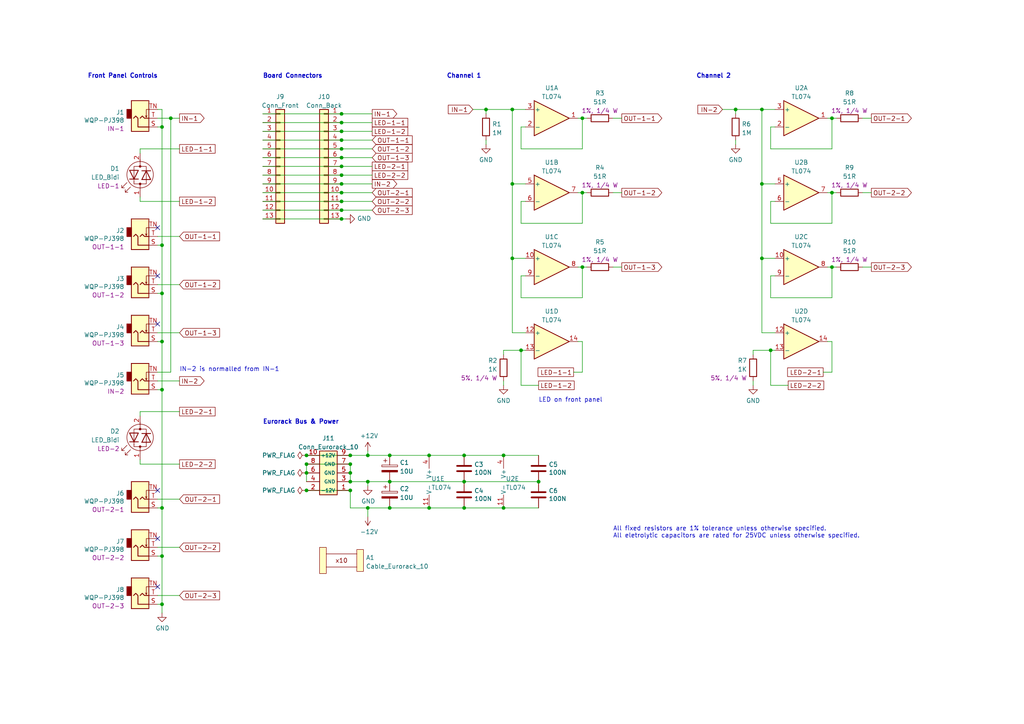
<source format=kicad_sch>
(kicad_sch (version 20211123) (generator eeschema)
  (paper "A4")
  (title_block (title "Eurorack Buffered Mult") (date "2022-06-05") (rev "1.0") (company "Len Popp") (comment 1 "Copyright © 2022 Len Popp CC BY") (comment 2 "Eurorack buffered multiple module - 4HP"))
  (junction (at 241.3 77.47))
  (junction (at 106.68 132.08))
  (junction (at 148.59 31.75))
  (junction (at 213.36 31.75))
  (junction (at 46.99 71.12))
  (junction (at 46.99 99.06))
  (junction (at 46.99 85.09))
  (junction (at 99.06 58.42))
  (junction (at 99.06 55.88))
  (junction (at 220.98 74.93))
  (junction (at 151.13 101.6))
  (junction (at 46.99 175.26))
  (junction (at 101.6 134.62))
  (junction (at 88.9 132.08))
  (junction (at 88.9 134.62))
  (junction (at 46.99 161.29))
  (junction (at 146.05 132.08))
  (junction (at 46.99 113.03))
  (junction (at 101.6 139.7))
  (junction (at 124.46 132.08))
  (junction (at 241.3 34.29))
  (junction (at 99.06 43.18))
  (junction (at 168.91 77.47))
  (junction (at 99.06 50.8))
  (junction (at 99.06 35.56))
  (junction (at 220.98 31.75))
  (junction (at 148.59 74.93))
  (junction (at 241.3 55.88))
  (junction (at 99.06 60.96))
  (junction (at 99.06 40.64))
  (junction (at 99.06 48.26))
  (junction (at 124.46 147.32))
  (junction (at 220.98 53.34))
  (junction (at 156.21 139.7))
  (junction (at 106.68 147.32))
  (junction (at 99.06 38.1))
  (junction (at 106.68 139.7))
  (junction (at 113.03 139.7))
  (junction (at 168.91 34.29))
  (junction (at 99.06 45.72))
  (junction (at 223.52 101.6))
  (junction (at 99.06 63.5))
  (junction (at 99.06 33.02))
  (junction (at 49.53 34.29))
  (junction (at 88.9 137.16))
  (junction (at 168.91 55.88))
  (junction (at 134.62 147.32))
  (junction (at 146.05 147.32))
  (junction (at 101.6 137.16))
  (junction (at 46.99 36.83))
  (junction (at 113.03 132.08))
  (junction (at 140.97 31.75))
  (junction (at 113.03 147.32))
  (junction (at 134.62 132.08))
  (junction (at 148.59 53.34))
  (junction (at 88.9 142.24))
  (junction (at 134.62 139.7))
  (junction (at 99.06 53.34))
  (junction (at 46.99 147.32))
  (junction (at 101.6 142.24))
  (junction (at 101.6 132.08))
  (no_connect (at 45.72 170.18))
  (no_connect (at 45.72 142.24))
  (no_connect (at 45.72 156.21))
  (no_connect (at 45.72 93.98))
  (no_connect (at 45.72 80.01))
  (no_connect (at 45.72 66.04))
  (wire (pts (xy 218.44 101.6) (xy 223.52 101.6)))
  (wire (pts (xy 76.2 60.96) (xy 99.06 60.96)))
  (wire (pts (xy 76.2 45.72) (xy 99.06 45.72)))
  (wire (pts (xy 40.64 120.65) (xy 40.64 119.38)))
  (wire (pts (xy 152.4 31.75) (xy 148.59 31.75)))
  (wire (pts (xy 76.2 35.56) (xy 99.06 35.56)))
  (wire (pts (xy 46.99 71.12) (xy 46.99 85.09)))
  (wire (pts (xy 101.6 142.24) (xy 101.6 147.32)))
  (wire (pts (xy 223.52 43.18) (xy 223.52 36.83)))
  (wire (pts (xy 220.98 53.34) (xy 224.79 53.34)))
  (wire (pts (xy 45.72 82.55) (xy 52.07 82.55)))
  (wire (pts (xy 240.03 34.29) (xy 241.3 34.29)))
  (wire (pts (xy 168.91 64.77) (xy 151.13 64.77)))
  (wire (pts (xy 151.13 101.6) (xy 152.4 101.6)))
  (wire (pts (xy 177.8 77.47) (xy 180.34 77.47)))
  (wire (pts (xy 167.64 77.47) (xy 168.91 77.47)))
  (wire (pts (xy 124.46 147.32) (xy 134.62 147.32)))
  (wire (pts (xy 220.98 74.93) (xy 224.79 74.93)))
  (wire (pts (xy 76.2 50.8) (xy 99.06 50.8)))
  (wire (pts (xy 223.52 80.01) (xy 224.79 80.01)))
  (wire (pts (xy 99.06 33.02) (xy 107.95 33.02)))
  (wire (pts (xy 45.72 161.29) (xy 46.99 161.29)))
  (wire (pts (xy 106.68 147.32) (xy 113.03 147.32)))
  (wire (pts (xy 76.2 33.02) (xy 99.06 33.02)))
  (wire (pts (xy 88.9 139.7) (xy 88.9 137.16)))
  (wire (pts (xy 134.62 132.08) (xy 146.05 132.08)))
  (wire (pts (xy 99.06 48.26) (xy 107.95 48.26)))
  (wire (pts (xy 99.06 50.8) (xy 107.95 50.8)))
  (wire (pts (xy 46.99 99.06) (xy 46.99 113.03)))
  (wire (pts (xy 240.03 55.88) (xy 241.3 55.88)))
  (wire (pts (xy 99.06 35.56) (xy 107.95 35.56)))
  (wire (pts (xy 134.62 147.32) (xy 146.05 147.32)))
  (wire (pts (xy 99.06 58.42) (xy 107.95 58.42)))
  (wire (pts (xy 241.3 34.29) (xy 242.57 34.29)))
  (wire (pts (xy 220.98 31.75) (xy 220.98 53.34)))
  (wire (pts (xy 46.99 113.03) (xy 46.99 147.32)))
  (wire (pts (xy 146.05 132.08) (xy 156.21 132.08)))
  (wire (pts (xy 151.13 101.6) (xy 151.13 111.76)))
  (wire (pts (xy 240.03 77.47) (xy 241.3 77.47)))
  (wire (pts (xy 76.2 55.88) (xy 99.06 55.88)))
  (wire (pts (xy 40.64 134.62) (xy 52.07 134.62)))
  (wire (pts (xy 241.3 99.06) (xy 241.3 107.95)))
  (wire (pts (xy 99.06 63.5) (xy 100.33 63.5)))
  (wire (pts (xy 168.91 77.47) (xy 168.91 86.36)))
  (wire (pts (xy 148.59 96.52) (xy 152.4 96.52)))
  (wire (pts (xy 148.59 53.34) (xy 148.59 74.93)))
  (wire (pts (xy 46.99 147.32) (xy 46.99 161.29)))
  (wire (pts (xy 45.72 34.29) (xy 49.53 34.29)))
  (wire (pts (xy 177.8 55.88) (xy 180.34 55.88)))
  (wire (pts (xy 167.64 34.29) (xy 168.91 34.29)))
  (wire (pts (xy 76.2 38.1) (xy 99.06 38.1)))
  (wire (pts (xy 99.06 60.96) (xy 107.95 60.96)))
  (wire (pts (xy 99.06 55.88) (xy 107.95 55.88)))
  (wire (pts (xy 99.06 38.1) (xy 107.95 38.1)))
  (wire (pts (xy 140.97 31.75) (xy 140.97 33.02)))
  (wire (pts (xy 168.91 77.47) (xy 170.18 77.47)))
  (wire (pts (xy 45.72 96.52) (xy 52.07 96.52)))
  (wire (pts (xy 106.68 139.7) (xy 101.6 139.7)))
  (wire (pts (xy 168.91 86.36) (xy 151.13 86.36)))
  (wire (pts (xy 45.72 110.49) (xy 52.07 110.49)))
  (wire (pts (xy 177.8 34.29) (xy 180.34 34.29)))
  (wire (pts (xy 45.72 144.78) (xy 52.07 144.78)))
  (wire (pts (xy 46.99 85.09) (xy 46.99 99.06)))
  (wire (pts (xy 241.3 43.18) (xy 223.52 43.18)))
  (wire (pts (xy 46.99 31.75) (xy 46.99 36.83)))
  (wire (pts (xy 241.3 34.29) (xy 241.3 43.18)))
  (wire (pts (xy 45.72 107.95) (xy 49.53 107.95)))
  (wire (pts (xy 156.21 111.76) (xy 151.13 111.76)))
  (wire (pts (xy 40.64 57.15) (xy 40.64 58.42)))
  (wire (pts (xy 140.97 40.64) (xy 140.97 41.91)))
  (wire (pts (xy 146.05 102.87) (xy 146.05 101.6)))
  (wire (pts (xy 241.3 55.88) (xy 241.3 64.77)))
  (wire (pts (xy 250.19 77.47) (xy 252.73 77.47)))
  (wire (pts (xy 49.53 34.29) (xy 49.53 107.95)))
  (wire (pts (xy 223.52 64.77) (xy 223.52 58.42)))
  (wire (pts (xy 46.99 36.83) (xy 46.99 71.12)))
  (wire (pts (xy 250.19 55.88) (xy 252.73 55.88)))
  (wire (pts (xy 168.91 43.18) (xy 151.13 43.18)))
  (wire (pts (xy 45.72 172.72) (xy 52.07 172.72)))
  (wire (pts (xy 238.76 107.95) (xy 241.3 107.95)))
  (wire (pts (xy 106.68 139.7) (xy 113.03 139.7)))
  (wire (pts (xy 45.72 85.09) (xy 46.99 85.09)))
  (wire (pts (xy 101.6 139.7) (xy 101.6 137.16)))
  (wire (pts (xy 148.59 74.93) (xy 148.59 96.52)))
  (wire (pts (xy 88.9 142.24) (xy 101.6 142.24)))
  (wire (pts (xy 151.13 43.18) (xy 151.13 36.83)))
  (wire (pts (xy 224.79 31.75) (xy 220.98 31.75)))
  (wire (pts (xy 99.06 53.34) (xy 107.95 53.34)))
  (wire (pts (xy 40.64 133.35) (xy 40.64 134.62)))
  (wire (pts (xy 146.05 101.6) (xy 151.13 101.6)))
  (wire (pts (xy 166.37 107.95) (xy 168.91 107.95)))
  (wire (pts (xy 241.3 55.88) (xy 242.57 55.88)))
  (wire (pts (xy 228.6 111.76) (xy 223.52 111.76)))
  (wire (pts (xy 151.13 64.77) (xy 151.13 58.42)))
  (wire (pts (xy 241.3 77.47) (xy 242.57 77.47)))
  (wire (pts (xy 76.2 40.64) (xy 99.06 40.64)))
  (wire (pts (xy 45.72 31.75) (xy 46.99 31.75)))
  (wire (pts (xy 167.64 99.06) (xy 168.91 99.06)))
  (wire (pts (xy 99.06 45.72) (xy 107.95 45.72)))
  (wire (pts (xy 45.72 99.06) (xy 46.99 99.06)))
  (wire (pts (xy 46.99 175.26) (xy 46.99 177.8)))
  (wire (pts (xy 137.16 31.75) (xy 140.97 31.75)))
  (wire (pts (xy 168.91 55.88) (xy 170.18 55.88)))
  (wire (pts (xy 220.98 74.93) (xy 220.98 96.52)))
  (wire (pts (xy 151.13 58.42) (xy 152.4 58.42)))
  (wire (pts (xy 213.36 31.75) (xy 213.36 33.02)))
  (wire (pts (xy 99.06 40.64) (xy 107.95 40.64)))
  (wire (pts (xy 151.13 86.36) (xy 151.13 80.01)))
  (wire (pts (xy 45.72 113.03) (xy 46.99 113.03)))
  (wire (pts (xy 168.91 55.88) (xy 168.91 64.77)))
  (wire (pts (xy 45.72 68.58) (xy 52.07 68.58)))
  (wire (pts (xy 134.62 139.7) (xy 156.21 139.7)))
  (wire (pts (xy 223.52 101.6) (xy 224.79 101.6)))
  (wire (pts (xy 223.52 86.36) (xy 223.52 80.01)))
  (wire (pts (xy 113.03 147.32) (xy 124.46 147.32)))
  (wire (pts (xy 106.68 149.86) (xy 106.68 147.32)))
  (wire (pts (xy 241.3 64.77) (xy 223.52 64.77)))
  (wire (pts (xy 241.3 77.47) (xy 241.3 86.36)))
  (wire (pts (xy 146.05 147.32) (xy 156.21 147.32)))
  (wire (pts (xy 45.72 175.26) (xy 46.99 175.26)))
  (wire (pts (xy 40.64 43.18) (xy 52.07 43.18)))
  (wire (pts (xy 76.2 48.26) (xy 99.06 48.26)))
  (wire (pts (xy 113.03 139.7) (xy 134.62 139.7)))
  (wire (pts (xy 250.19 34.29) (xy 252.73 34.29)))
  (wire (pts (xy 88.9 137.16) (xy 88.9 134.62)))
  (wire (pts (xy 140.97 31.75) (xy 148.59 31.75)))
  (wire (pts (xy 113.03 132.08) (xy 124.46 132.08)))
  (wire (pts (xy 168.91 34.29) (xy 170.18 34.29)))
  (wire (pts (xy 99.06 43.18) (xy 107.95 43.18)))
  (wire (pts (xy 146.05 110.49) (xy 146.05 111.76)))
  (wire (pts (xy 151.13 80.01) (xy 152.4 80.01)))
  (wire (pts (xy 148.59 53.34) (xy 152.4 53.34)))
  (wire (pts (xy 46.99 161.29) (xy 46.99 175.26)))
  (wire (pts (xy 88.9 134.62) (xy 101.6 134.62)))
  (wire (pts (xy 76.2 58.42) (xy 99.06 58.42)))
  (wire (pts (xy 223.52 36.83) (xy 224.79 36.83)))
  (wire (pts (xy 220.98 53.34) (xy 220.98 74.93)))
  (wire (pts (xy 218.44 102.87) (xy 218.44 101.6)))
  (wire (pts (xy 240.03 99.06) (xy 241.3 99.06)))
  (wire (pts (xy 76.2 53.34) (xy 99.06 53.34)))
  (wire (pts (xy 101.6 147.32) (xy 106.68 147.32)))
  (wire (pts (xy 45.72 36.83) (xy 46.99 36.83)))
  (wire (pts (xy 76.2 43.18) (xy 99.06 43.18)))
  (wire (pts (xy 101.6 132.08) (xy 88.9 132.08)))
  (wire (pts (xy 168.91 34.29) (xy 168.91 43.18)))
  (wire (pts (xy 40.64 44.45) (xy 40.64 43.18)))
  (wire (pts (xy 49.53 34.29) (xy 52.07 34.29)))
  (wire (pts (xy 45.72 147.32) (xy 46.99 147.32)))
  (wire (pts (xy 106.68 132.08) (xy 113.03 132.08)))
  (wire (pts (xy 213.36 40.64) (xy 213.36 41.91)))
  (wire (pts (xy 148.59 31.75) (xy 148.59 53.34)))
  (wire (pts (xy 220.98 96.52) (xy 224.79 96.52)))
  (wire (pts (xy 241.3 86.36) (xy 223.52 86.36)))
  (wire (pts (xy 218.44 110.49) (xy 218.44 111.76)))
  (wire (pts (xy 40.64 119.38) (xy 52.07 119.38)))
  (wire (pts (xy 223.52 58.42) (xy 224.79 58.42)))
  (wire (pts (xy 124.46 132.08) (xy 134.62 132.08)))
  (wire (pts (xy 209.55 31.75) (xy 213.36 31.75)))
  (wire (pts (xy 101.6 132.08) (xy 106.68 132.08)))
  (wire (pts (xy 106.68 139.7) (xy 106.68 140.97)))
  (wire (pts (xy 106.68 132.08) (xy 106.68 130.81)))
  (wire (pts (xy 167.64 55.88) (xy 168.91 55.88)))
  (wire (pts (xy 40.64 58.42) (xy 52.07 58.42)))
  (wire (pts (xy 101.6 134.62) (xy 101.6 137.16)))
  (wire (pts (xy 223.52 101.6) (xy 223.52 111.76)))
  (wire (pts (xy 168.91 99.06) (xy 168.91 107.95)))
  (wire (pts (xy 148.59 74.93) (xy 152.4 74.93)))
  (wire (pts (xy 45.72 158.75) (xy 52.07 158.75)))
  (wire (pts (xy 213.36 31.75) (xy 220.98 31.75)))
  (wire (pts (xy 151.13 36.83) (xy 152.4 36.83)))
  (wire (pts (xy 76.2 63.5) (xy 99.06 63.5)))
  (wire (pts (xy 45.72 71.12) (xy 46.99 71.12)))
  (text "All fixed resistors are 1% tolerance unless otherwise specified.\nAll eletrolytic capacitors are rated for 25VDC unless otherwise specified." (at 177.8 156.21 0) (effects (font (size 1.27 1.27)) (justify left bottom)))
  (text "Eurorack Bus & Power" (at 76.2 123.19 0) (effects (font (size 1.27 1.27) (thickness 0.254) bold) (justify left bottom)))
  (text "Channel 1" (at 129.54 22.86 0) (effects (font (size 1.27 1.27) (thickness 0.254) bold) (justify left bottom)))
  (text "Board Connectors" (at 76.2 22.86 0) (effects (font (size 1.27 1.27) (thickness 0.254) bold) (justify left bottom)))
  (text "Channel 2" (at 201.93 22.86 0) (effects (font (size 1.27 1.27) (thickness 0.254) bold) (justify left bottom)))
  (text "IN-2 is normalled from IN-1" (at 52.07 107.95 0) (effects (font (size 1.27 1.27)) (justify left bottom)))
  (text "LED on front panel" (at 156.21 116.84 0) (effects (font (size 1.27 1.27)) (justify left bottom)))
  (text "Front Panel Controls" (at 25.4 22.86 0) (effects (font (size 1.27 1.27) (thickness 0.254) bold) (justify left bottom)))
  (global_label "LED-2-1" (shape passive) (at 52.07 119.38 0) (property "Intersheet References" "${INTERSHEET_REFS}" (effects hide)))
  (global_label "OUT-2-2" (shape input) (at 52.07 158.75 0) (property "Intersheet References" "${INTERSHEET_REFS}" (effects hide)))
  (global_label "OUT-1-1" (shape input) (at 107.95 40.64 0) (property "Intersheet References" "${INTERSHEET_REFS}" (effects hide)))
  (global_label "OUT-1-3" (shape output) (at 180.34 77.47 0) (property "Intersheet References" "${INTERSHEET_REFS}" (effects hide)))
  (global_label "OUT-1-3" (shape input) (at 107.95 45.72 0) (property "Intersheet References" "${INTERSHEET_REFS}" (effects hide)))
  (global_label "OUT-2-2" (shape output) (at 252.73 55.88 0) (property "Intersheet References" "${INTERSHEET_REFS}" (effects hide)))
  (global_label "IN-2" (shape output) (at 52.07 110.49 0) (property "Intersheet References" "${INTERSHEET_REFS}" (effects hide)))
  (global_label "IN-1" (shape output) (at 107.95 33.02 0) (property "Intersheet References" "${INTERSHEET_REFS}" (effects hide)))
  (global_label "OUT-2-1" (shape output) (at 252.73 34.29 0) (property "Intersheet References" "${INTERSHEET_REFS}" (effects hide)))
  (global_label "OUT-2-3" (shape input) (at 107.95 60.96 0) (property "Intersheet References" "${INTERSHEET_REFS}" (effects hide)))
  (global_label "IN-2" (shape input) (at 209.55 31.75 180) (property "Intersheet References" "${INTERSHEET_REFS}" (effects hide)))
  (global_label "IN-1" (shape output) (at 52.07 34.29 0) (property "Intersheet References" "${INTERSHEET_REFS}" (effects hide)))
  (global_label "IN-2" (shape output) (at 107.95 53.34 0) (property "Intersheet References" "${INTERSHEET_REFS}" (effects hide)))
  (global_label "LED-2-1" (shape passive) (at 107.95 48.26 0) (property "Intersheet References" "${INTERSHEET_REFS}" (effects hide)))
  (global_label "LED-1-1" (shape passive) (at 107.95 35.56 0) (property "Intersheet References" "${INTERSHEET_REFS}" (effects hide)))
  (global_label "LED-2-2" (shape passive) (at 107.95 50.8 0) (property "Intersheet References" "${INTERSHEET_REFS}" (effects hide)))
  (global_label "OUT-2-1" (shape input) (at 107.95 55.88 0) (property "Intersheet References" "${INTERSHEET_REFS}" (effects hide)))
  (global_label "LED-2-1" (shape passive) (at 238.76 107.95 180) (property "Intersheet References" "${INTERSHEET_REFS}" (effects hide)))
  (global_label "OUT-1-1" (shape input) (at 52.07 68.58 0) (property "Intersheet References" "${INTERSHEET_REFS}" (effects hide)))
  (global_label "LED-1-1" (shape passive) (at 52.07 43.18 0) (property "Intersheet References" "${INTERSHEET_REFS}" (effects hide)))
  (global_label "OUT-2-3" (shape input) (at 52.07 172.72 0) (property "Intersheet References" "${INTERSHEET_REFS}" (effects hide)))
  (global_label "IN-1" (shape input) (at 137.16 31.75 180) (property "Intersheet References" "${INTERSHEET_REFS}" (effects hide)))
  (global_label "OUT-1-2" (shape input) (at 52.07 82.55 0) (property "Intersheet References" "${INTERSHEET_REFS}" (effects hide)))
  (global_label "OUT-2-1" (shape input) (at 52.07 144.78 0) (property "Intersheet References" "${INTERSHEET_REFS}" (effects hide)))
  (global_label "OUT-2-3" (shape output) (at 252.73 77.47 0) (property "Intersheet References" "${INTERSHEET_REFS}" (effects hide)))
  (global_label "OUT-1-2" (shape output) (at 180.34 55.88 0) (property "Intersheet References" "${INTERSHEET_REFS}" (effects hide)))
  (global_label "LED-2-2" (shape passive) (at 52.07 134.62 0) (property "Intersheet References" "${INTERSHEET_REFS}" (effects hide)))
  (global_label "OUT-1-1" (shape output) (at 180.34 34.29 0) (property "Intersheet References" "${INTERSHEET_REFS}" (effects hide)))
  (global_label "OUT-2-2" (shape input) (at 107.95 58.42 0) (property "Intersheet References" "${INTERSHEET_REFS}" (effects hide)))
  (global_label "OUT-1-3" (shape input) (at 52.07 96.52 0) (property "Intersheet References" "${INTERSHEET_REFS}" (effects hide)))
  (global_label "LED-1-2" (shape passive) (at 156.21 111.76 0) (property "Intersheet References" "${INTERSHEET_REFS}" (effects hide)))
  (global_label "LED-1-2" (shape passive) (at 52.07 58.42 0) (property "Intersheet References" "${INTERSHEET_REFS}" (effects hide)))
  (global_label "OUT-1-2" (shape input) (at 107.95 43.18 0) (property "Intersheet References" "${INTERSHEET_REFS}" (effects hide)))
  (global_label "LED-1-2" (shape passive) (at 107.95 38.1 0) (property "Intersheet References" "${INTERSHEET_REFS}" (effects hide)))
  (global_label "LED-2-2" (shape passive) (at 228.6 111.76 0) (property "Intersheet References" "${INTERSHEET_REFS}" (effects hide)))
  (global_label "LED-1-1" (shape passive) (at 166.37 107.95 180) (property "Intersheet References" "${INTERSHEET_REFS}" (effects hide)))
  (symbol (lib_id "-lmp-opamp:TL074") (at 160.02 55.88 0) (unit 2)
    (property "Reference" "U1" (at 160.02 47.1002 0))
    (property "Value" "TL074" (at 160.02 49.6371 0))
    (property "Footprint" "Package_DIP:DIP-14_W7.62mm" (effects hide))
    (property "Datasheet" "http://www.ti.com/lit/ds/symlink/tl071.pdf" (effects hide))
    (property "Manufacturer" "Texas Instruments" (effects hide))
    (property "ManufacturerPartNum" "TL074BCN" (effects hide))
    (property "Distributor" "Mouser" (effects hide))
    (property "DistributorPartNum" "595-TL074BCN" (effects hide))
    (property "DistributorPartLink" "https://www.mouser.ca/ProductDetail/?qs=vxEfx8VrU7BHurOY5iQdiA%3D%3D" (effects hide))
  )
  (symbol (lib_id "-lmp-synth:Jack_WQP-PJ398") (at 40.64 96.52 0) (mirror x) (unit 1)
    (property "Reference" "J4" (at 36.068 94.8182 0) (effects (justify right)))
    (property "Value" "WQP-PJ398" (at 36.068 97.1296 0) (effects (justify right)))
    (property "Footprint" "-lmp-synth:Jack_3.5mm_QingPu_WQP-PJ398SM_Vertical" (effects hide))
    (property "Datasheet" "http://www.qingpu-electronics.com/en/products/WQP-PJ398SM-362.html" (effects hide))
    (property "Label" "OUT-1-3" (at 36.068 99.568 0) (effects (justify right)))
    (property "Manufacturer" "QingPu / Thonk" (effects hide))
    (property "ManufacturerPartNum" "PJ398SM / WQP518MA" (effects hide))
    (property "Distributor" "Thonk" (effects hide))
    (property "DistributorPartNum" "PJ398SM" (effects hide))
    (property "DistributorPartLink" "https://www.thonk.co.uk/shop/thonkiconn/" (effects hide))
    (property "Distributor2" "SynthCube" (effects hide))
    (property "Distributor3" "Adafruit" (effects hide))
    (property "DistributorPartLink2" "https://synthcube.com/cart/3-5mm-euro-jacks" (effects hide))
    (property "DistributorPartLink3" "https://www.adafruit.com/product/4031" (effects hide))
    (property "DistributorPartNum2" "WQP518MA" (effects hide))
    (property "DistributorPartNum3" "4031" (effects hide))
  )
  (symbol (lib_id "-lmp-synth:Jack_WQP-PJ398") (at 40.64 34.29 0) (mirror x) (unit 1)
    (property "Reference" "J1" (at 36.068 32.5882 0) (effects (justify right)))
    (property "Value" "WQP-PJ398" (at 36.068 34.8996 0) (effects (justify right)))
    (property "Footprint" "-lmp-synth:Jack_3.5mm_QingPu_WQP-PJ398SM_Vertical" (effects hide))
    (property "Datasheet" "http://www.qingpu-electronics.com/en/products/WQP-PJ398SM-362.html" (effects hide))
    (property "Label" "IN-1" (at 36.068 37.338 0) (effects (justify right)))
    (property "Manufacturer" "QingPu / Thonk" (effects hide))
    (property "ManufacturerPartNum" "PJ398SM / WQP518MA" (effects hide))
    (property "Distributor" "Thonk" (effects hide))
    (property "DistributorPartNum" "PJ398SM" (effects hide))
    (property "DistributorPartLink" "https://www.thonk.co.uk/shop/thonkiconn/" (effects hide))
    (property "Distributor2" "SynthCube" (effects hide))
    (property "Distributor3" "Adafruit" (effects hide))
    (property "DistributorPartLink2" "https://synthcube.com/cart/3-5mm-euro-jacks" (effects hide))
    (property "DistributorPartLink3" "https://www.adafruit.com/product/4031" (effects hide))
    (property "DistributorPartNum2" "WQP518MA" (effects hide))
    (property "DistributorPartNum3" "4031" (effects hide))
  )
  (symbol (lib_id "-lmp-opamp:TL074") (at 160.02 77.47 0) (unit 3)
    (property "Reference" "U1" (at 160.02 68.6902 0))
    (property "Value" "TL074" (at 160.02 71.2271 0))
    (property "Footprint" "Package_DIP:DIP-14_W7.62mm" (effects hide))
    (property "Datasheet" "http://www.ti.com/lit/ds/symlink/tl071.pdf" (effects hide))
    (property "Manufacturer" "Texas Instruments" (effects hide))
    (property "ManufacturerPartNum" "TL074BCN" (effects hide))
    (property "Distributor" "Mouser" (effects hide))
    (property "DistributorPartNum" "595-TL074BCN" (effects hide))
    (property "DistributorPartLink" "https://www.mouser.ca/ProductDetail/?qs=vxEfx8VrU7BHurOY5iQdiA%3D%3D" (effects hide))
  )
  (symbol (lib_id "-lmp-synth:R_51R_Output") (at 173.99 77.47 90) (unit 1)
    (property "Reference" "R5" (at 173.99 70.2174 90))
    (property "Value" "51R" (at 173.99 72.7543 90))
    (property "Footprint" "-lmp-misc:R_Axial_DIN0207_L6.3mm_D2.5mm_P10.16mm_Horizontal" (effects hide))
    (property "Datasheet" "https://www.mouser.ca/datasheet/2/447/Yageo_LR_MFR_1-1714151.pdf" (effects hide))
    (property "Value2" "1%, 1/4 W" (at 173.99 75.2912 90))
    (property "Note" "Output limiting" (effects hide))
    (property "Manufacturer" "YAGEO" (effects hide))
    (property "ManufacturerPartNum" "MFR-25FBF52-51R" (effects hide))
    (property "Distributor" "Mouser" (effects hide))
    (property "DistributorPartNum" "603-MFR-25FBF52-51R" (effects hide))
    (property "DistributorPartLink" "https://www.mouser.ca/ProductDetail/?qs=oAGoVhmvjhzVx2bdEH1TLQ%3D%3D" (effects hide))
  )
  (symbol (lib_id "-lmp-synth:CP_10U") (at 113.03 143.51 0) (unit 1)
    (property "Reference" "C2" (at 115.951 141.7863 0) (effects (justify left)))
    (property "Value" "10U" (at 115.951 144.3232 0) (effects (justify left)))
    (property "Footprint" "-lmp-misc:CP_Radial_D5.0mm_P2.50mm" (effects hide))
    (property "Datasheet" "https://www.mouser.ca/datasheet/2/315/ABA0000C1059-947582.pdf" (effects hide))
    (property "Value2" "35 VDC" (effects hide))
    (property "Note" "12 V decoupling" (effects hide))
    (property "Manufacturer" "Panasonic" (effects hide))
    (property "ManufacturerPartNum" "ECE-A1VKS100I" (effects hide))
    (property "Distributor" "Mouser" (effects hide))
    (property "DistributorPartNum" "667-ECE-A1VKS100I" (effects hide))
    (property "DistributorPartLink" "https://www.mouser.ca/ProductDetail/667-ECE-A1VKS100I" (effects hide))
    (property "Distributor2" "Thonk" (effects hide))
    (property "DistributorPartNum2" "Group_Eurorack_DIY_Essential" (effects hide))
    (property "DistributorPartLink2" "https://www.thonk.co.uk/shop/eurorack-diy-essentials/" (effects hide))
  )
  (symbol (lib_id "-lmp:R_1%_0W166") (at 140.97 36.83 0) (unit 1)
    (property "Reference" "R1" (at 142.748 35.9953 0) (effects (justify left)))
    (property "Value" "1M" (at 142.748 38.5322 0) (effects (justify left)))
    (property "Footprint" "-lmp-misc:R_Axial_DIN0207_L6.3mm_D2.5mm_P7.62mm_Horizontal" (effects hide))
    (property "Datasheet" "https://www.mouser.ca/datasheet/2/447/Yageo_LR_MFR_1-1714151.pdf" (effects hide))
    (property "Manufacturer" "YAGEO" (effects hide))
    (property "ManufacturerPartNum" "MFR-12FTE52-1M" (effects hide))
    (property "Distributor" "Mouser" (effects hide))
    (property "DistributorPartNum" "603-MFR-12FTE52-1M" (effects hide))
    (property "DistributorPartLink" "https://www.mouser.ca/ProductDetail/603-MFR-12FTE52-1M" (effects hide))
    (property "Value2" "1%, 1/6 W" (effects hide))
  )
  (symbol (lib_id "Connector_Generic:Conn_01x13") (at 81.28 48.26 0) (unit 1)
    (property "Reference" "J9" (at 81.28 28.0502 0))
    (property "Value" "Conn_Front" (at 81.28 30.5871 0))
    (property "Footprint" "Connector_PinSocket_2.54mm:PinSocket_1x13_P2.54mm_Vertical" (effects hide))
    (property "Datasheet" "https://cdn-shop.adafruit.com/datasheets/00548.pdf" (effects hide))
    (property "Distributor" "Adafruit" (effects hide))
    (property "DistributorPartNum" "598" (effects hide))
    (property "DistributorPartLink" "https://www.adafruit.com/product/598" (effects hide))
    (property "Distributor2" "Mouser" (effects hide))
    (property "DistributorPartNum2" "710-61303211821" (effects hide))
    (property "DistributorPartLink2" "https://www.mouser.ca/ProductDetail/Wurth-Elektronik/61303211821?qs=ZtY9WdtwX55M%2FH%2FSrHZ9xA%3D%3D" (effects hide))
  )
  (symbol (lib_id "Connector_Generic:Conn_01x13") (at 93.98 48.26 0) (mirror y) (unit 1)
    (property "Reference" "J10" (at 93.98 28.0502 0))
    (property "Value" "Conn_Back" (at 93.98 30.5871 0))
    (property "Footprint" "Connector_PinHeader_2.54mm:PinHeader_1x13_P2.54mm_Horizontal" (effects hide))
    (property "Datasheet" "https://www.amphenol-icc.com/media/wysiwyg/files/documentation/datasheet/boardwiretoboard/bwb_econostik_254headers.pdf" (effects hide))
    (property "Distributor" "Adafruit" (effects hide))
    (property "DistributorPartNum" "1540" (effects hide))
    (property "DistributorPartLink" "https://www.adafruit.com/product/1540" (effects hide))
    (property "Distributor2" "Mouser" (effects hide))
    (property "DistributorPartNum2" "649-1012937993601BLF" (effects hide))
    (property "DistributorPartLink2" "https://www.mouser.ca/ProductDetail/Amphenol-FCI/10129379-936001BLF?qs=0lQeLiL1qyaSuTs3FuCL%2FQ%3D%3D" (effects hide))
  )
  (symbol (lib_id "-lmp:CC_100N") (at 134.62 143.51 0) (unit 1)
    (property "Reference" "C4" (at 137.541 142.3416 0) (effects (justify left)))
    (property "Value" "100N" (at 137.541 144.653 0) (effects (justify left)))
    (property "Footprint" "-lmp-misc:C_Disc_D5.0mm_W2.5mm_P2.50mm" (effects hide))
    (property "Datasheet" "https://product.tdk.com/system/files/dam/doc/product/capacitor/ceramic/lead-mlcc/catalog/leadmlcc_halogenfree_fg_en.pdf" (effects hide))
    (property "Manufacturer" "TDK" (effects hide))
    (property "ManufacturerPartNum" "FG18X7R1H104KNT06" (effects hide))
    (property "Distributor" "Mouser" (effects hide))
    (property "DistributorPartNum" "810-FG18X7R1H104KNT6" (effects hide))
    (property "DistributorPartLink" "https://www.mouser.ca/ProductDetail/810-FG18X7R1H104KNT6" (effects hide))
    (property "Note" "IC decoupling" (effects hide))
  )
  (symbol (lib_id "-lmp-synth:R_51R_Output") (at 173.99 34.29 90) (unit 1)
    (property "Reference" "R3" (at 173.99 27.0374 90))
    (property "Value" "51R" (at 173.99 29.5743 90))
    (property "Footprint" "-lmp-misc:R_Axial_DIN0207_L6.3mm_D2.5mm_P10.16mm_Horizontal" (effects hide))
    (property "Datasheet" "https://www.mouser.ca/datasheet/2/447/Yageo_LR_MFR_1-1714151.pdf" (effects hide))
    (property "Value2" "1%, 1/4 W" (at 173.99 32.1112 90))
    (property "Note" "Output limiting" (effects hide))
    (property "Manufacturer" "YAGEO" (effects hide))
    (property "ManufacturerPartNum" "MFR-25FBF52-51R" (effects hide))
    (property "Distributor" "Mouser" (effects hide))
    (property "DistributorPartNum" "603-MFR-25FBF52-51R" (effects hide))
    (property "DistributorPartLink" "https://www.mouser.ca/ProductDetail/?qs=oAGoVhmvjhzVx2bdEH1TLQ%3D%3D" (effects hide))
  )
  (symbol (lib_id "-lmp-synth:R_51R_Output") (at 246.38 77.47 90) (unit 1)
    (property "Reference" "R10" (at 246.38 70.2174 90))
    (property "Value" "51R" (at 246.38 72.7543 90))
    (property "Footprint" "-lmp-misc:R_Axial_DIN0207_L6.3mm_D2.5mm_P10.16mm_Horizontal" (effects hide))
    (property "Datasheet" "https://www.mouser.ca/datasheet/2/447/Yageo_LR_MFR_1-1714151.pdf" (effects hide))
    (property "Value2" "1%, 1/4 W" (at 246.38 75.2912 90))
    (property "Note" "Output limiting" (effects hide))
    (property "Manufacturer" "YAGEO" (effects hide))
    (property "ManufacturerPartNum" "MFR-25FBF52-51R" (effects hide))
    (property "Distributor" "Mouser" (effects hide))
    (property "DistributorPartNum" "603-MFR-25FBF52-51R" (effects hide))
    (property "DistributorPartLink" "https://www.mouser.ca/ProductDetail/?qs=oAGoVhmvjhzVx2bdEH1TLQ%3D%3D" (effects hide))
  )
  (symbol (lib_id "-lmp-synth:R_51R_Output") (at 173.99 55.88 90) (unit 1)
    (property "Reference" "R4" (at 173.99 48.6274 90))
    (property "Value" "51R" (at 173.99 51.1643 90))
    (property "Footprint" "-lmp-misc:R_Axial_DIN0207_L6.3mm_D2.5mm_P10.16mm_Horizontal" (effects hide))
    (property "Datasheet" "https://www.mouser.ca/datasheet/2/447/Yageo_LR_MFR_1-1714151.pdf" (effects hide))
    (property "Value2" "1%, 1/4 W" (at 173.99 53.7012 90))
    (property "Note" "Output limiting" (effects hide))
    (property "Manufacturer" "YAGEO" (effects hide))
    (property "ManufacturerPartNum" "MFR-25FBF52-51R" (effects hide))
    (property "Distributor" "Mouser" (effects hide))
    (property "DistributorPartNum" "603-MFR-25FBF52-51R" (effects hide))
    (property "DistributorPartLink" "https://www.mouser.ca/ProductDetail/?qs=oAGoVhmvjhzVx2bdEH1TLQ%3D%3D" (effects hide))
  )
  (symbol (lib_id "-lmp-power:GND") (at 46.99 177.8 0) (unit 1)
    (property "Reference" "#PWR01" (effects hide))
    (property "Value" "GND" (at 47.117 182.1942 0))
  )
  (symbol (lib_id "-lmp-opamp:TL074") (at 160.02 99.06 0) (unit 4)
    (property "Reference" "U1" (at 160.02 90.2802 0))
    (property "Value" "TL074" (at 160.02 92.8171 0))
    (property "Footprint" "Package_DIP:DIP-14_W7.62mm" (effects hide))
    (property "Datasheet" "http://www.ti.com/lit/ds/symlink/tl071.pdf" (effects hide))
    (property "Manufacturer" "Texas Instruments" (effects hide))
    (property "ManufacturerPartNum" "TL074BCN" (effects hide))
    (property "Distributor" "Mouser" (effects hide))
    (property "DistributorPartNum" "595-TL074BCN" (effects hide))
    (property "DistributorPartLink" "https://www.mouser.ca/ProductDetail/?qs=vxEfx8VrU7BHurOY5iQdiA%3D%3D" (effects hide))
  )
  (symbol (lib_id "-lmp:CC_100N") (at 134.62 135.89 0) (unit 1)
    (property "Reference" "C3" (at 137.541 134.7216 0) (effects (justify left)))
    (property "Value" "100N" (at 137.541 137.033 0) (effects (justify left)))
    (property "Footprint" "-lmp-misc:C_Disc_D5.0mm_W2.5mm_P2.50mm" (effects hide))
    (property "Datasheet" "https://product.tdk.com/system/files/dam/doc/product/capacitor/ceramic/lead-mlcc/catalog/leadmlcc_halogenfree_fg_en.pdf" (effects hide))
    (property "Manufacturer" "TDK" (effects hide))
    (property "ManufacturerPartNum" "FG18X7R1H104KNT06" (effects hide))
    (property "Distributor" "Mouser" (effects hide))
    (property "DistributorPartNum" "810-FG18X7R1H104KNT6" (effects hide))
    (property "DistributorPartLink" "https://www.mouser.ca/ProductDetail/810-FG18X7R1H104KNT6" (effects hide))
    (property "Note" "IC decoupling" (effects hide))
  )
  (symbol (lib_id "-lmp:CC_100N") (at 156.21 135.89 0) (unit 1)
    (property "Reference" "C5" (at 159.131 134.7216 0) (effects (justify left)))
    (property "Value" "100N" (at 159.131 137.033 0) (effects (justify left)))
    (property "Footprint" "-lmp-misc:C_Disc_D5.0mm_W2.5mm_P2.50mm" (effects hide))
    (property "Datasheet" "https://product.tdk.com/system/files/dam/doc/product/capacitor/ceramic/lead-mlcc/catalog/leadmlcc_halogenfree_fg_en.pdf" (effects hide))
    (property "Manufacturer" "TDK" (effects hide))
    (property "ManufacturerPartNum" "FG18X7R1H104KNT06" (effects hide))
    (property "Distributor" "Mouser" (effects hide))
    (property "DistributorPartNum" "810-FG18X7R1H104KNT6" (effects hide))
    (property "DistributorPartLink" "https://www.mouser.ca/ProductDetail/810-FG18X7R1H104KNT6" (effects hide))
    (property "Note" "IC decoupling" (effects hide))
  )
  (symbol (lib_id "-lmp-opamp:TL074") (at 232.41 34.29 0) (unit 1)
    (property "Reference" "U2" (at 232.41 25.5102 0))
    (property "Value" "TL074" (at 232.41 28.0471 0))
    (property "Footprint" "Package_DIP:DIP-14_W7.62mm" (effects hide))
    (property "Datasheet" "http://www.ti.com/lit/ds/symlink/tl071.pdf" (effects hide))
    (property "Manufacturer" "Texas Instruments" (effects hide))
    (property "ManufacturerPartNum" "TL074BCN" (effects hide))
    (property "Distributor" "Mouser" (effects hide))
    (property "DistributorPartNum" "595-TL074BCN" (effects hide))
    (property "DistributorPartLink" "https://www.mouser.ca/ProductDetail/?qs=vxEfx8VrU7BHurOY5iQdiA%3D%3D" (effects hide))
  )
  (symbol (lib_id "-lmp:CC_100N") (at 156.21 143.51 0) (unit 1)
    (property "Reference" "C6" (at 159.131 142.3416 0) (effects (justify left)))
    (property "Value" "100N" (at 159.131 144.653 0) (effects (justify left)))
    (property "Footprint" "-lmp-misc:C_Disc_D5.0mm_W2.5mm_P2.50mm" (effects hide))
    (property "Datasheet" "https://product.tdk.com/system/files/dam/doc/product/capacitor/ceramic/lead-mlcc/catalog/leadmlcc_halogenfree_fg_en.pdf" (effects hide))
    (property "Manufacturer" "TDK" (effects hide))
    (property "ManufacturerPartNum" "FG18X7R1H104KNT06" (effects hide))
    (property "Distributor" "Mouser" (effects hide))
    (property "DistributorPartNum" "810-FG18X7R1H104KNT6" (effects hide))
    (property "DistributorPartLink" "https://www.mouser.ca/ProductDetail/810-FG18X7R1H104KNT6" (effects hide))
    (property "Note" "IC decoupling" (effects hide))
  )
  (symbol (lib_id "-lmp-synth:Cable_Eurorack_10") (at 99.06 162.56 0) (unit 1) (on_board no)
    (property "Reference" "A1" (at 106.1212 161.7253 0) (effects (justify left)))
    (property "Value" "Cable_Eurorack_10" (at 106.1212 164.2622 0) (effects (justify left)))
    (property "Footprint" "-lmp-misc:NoFootprint" (effects hide))
    (property "Note" "Length as required" (effects hide))
    (property "Distributor" "Thonk" (effects hide))
    (property "DistributorPartLink" "https://www.thonk.co.uk/shop/eurorack-power-cables/" (effects hide))
    (property "Distributor2" "SynthCube" (effects hide))
    (property "DistributorPartLink2" "https://synthcube.com/cart/eurorack-ribbon-power-cables" (effects hide))
    (property "Distributor3" "Modular Addict" (effects hide))
    (property "DistributorPartLink3" "https://modularaddict.com/parts/eurorack-power-cables-1" (effects hide))
  )
  (symbol (lib_id "-lmp-power:GND") (at 106.68 140.97 0) (unit 1)
    (property "Reference" "#PWR04" (effects hide))
    (property "Value" "GND" (at 106.807 145.3642 0))
  )
  (symbol (lib_id "-lmp-synth:R_51R_Output") (at 246.38 55.88 90) (unit 1)
    (property "Reference" "R9" (at 246.38 48.6274 90))
    (property "Value" "51R" (at 246.38 51.1643 90))
    (property "Footprint" "-lmp-misc:R_Axial_DIN0207_L6.3mm_D2.5mm_P10.16mm_Horizontal" (effects hide))
    (property "Datasheet" "https://www.mouser.ca/datasheet/2/447/Yageo_LR_MFR_1-1714151.pdf" (effects hide))
    (property "Value2" "1%, 1/4 W" (at 246.38 53.7012 90))
    (property "Note" "Output limiting" (effects hide))
    (property "Manufacturer" "YAGEO" (effects hide))
    (property "ManufacturerPartNum" "MFR-25FBF52-51R" (effects hide))
    (property "Distributor" "Mouser" (effects hide))
    (property "DistributorPartNum" "603-MFR-25FBF52-51R" (effects hide))
    (property "DistributorPartLink" "https://www.mouser.ca/ProductDetail/?qs=oAGoVhmvjhzVx2bdEH1TLQ%3D%3D" (effects hide))
  )
  (symbol (lib_id "-lmp-synth:LED_Dual_3mm_Yellow_Green_Bidi") (at 40.64 127 90) (mirror x) (unit 1)
    (property "Reference" "D2" (at 34.6711 125.0874 90) (effects (justify left)))
    (property "Value" "LED_Bidi" (at 34.6711 127.6243 90) (effects (justify left)))
    (property "Footprint" "LED_THT:LED_D3.0mm" (effects hide))
    (property "Datasheet" "https://www.mouser.ca/datasheet/2/216/WP937GYW-49419.pdf" (effects hide))
    (property "Label" "LED-2" (at 34.6711 130.1612 90) (effects (justify left)))
    (property "Manufacturer" "Kingbright" (effects hide))
    (property "ManufacturerPartNum" "WP937GYW" (effects hide))
    (property "Distributor" "Mouser" (effects hide))
    (property "DistributorPartNum" "604-WP937GYW" (effects hide))
    (property "DistributorPartLink" "https://www.mouser.ca/ProductDetail/Kingbright/WP937GYW?qs=pYCps6XRS2BGAhGpbeAyzQ%3D%3D" (effects hide))
  )
  (symbol (lib_id "-lmp-power:PWR_FLAG") (at 88.9 132.08 90) (unit 1)
    (property "Reference" "#FLG01" (effects hide))
    (property "Value" "PWR_FLAG" (at 85.6742 132.08 90) (effects (justify left)))
  )
  (symbol (lib_id "-lmp-synth:R_1K_Output") (at 218.44 106.68 0) (unit 1)
    (property "Reference" "R7" (at 216.6621 104.5769 0) (effects (justify right)))
    (property "Value" "1K" (at 216.6621 107.1138 0) (effects (justify right)))
    (property "Footprint" "-lmp-misc:R_Axial_DIN0207_L6.3mm_D2.5mm_P10.16mm_Horizontal" (effects hide))
    (property "Datasheet" "https://www.mouser.ca/datasheet/2/427/ccf07-1762725.pdf" (effects hide))
    (property "Value2" "5%, 1/4 W" (at 216.6621 109.6507 0) (effects (justify right)))
    (property "Manufacturer" "Vishay / Dale" (effects hide))
    (property "ManufacturerPartNum" "CCF071K00JKE36" (effects hide))
    (property "Distributor" "Mouser" (effects hide))
    (property "DistributorPartNum" "71-CCF071K00JKE36" (effects hide))
    (property "DistributorPartLink" "https://www.mouser.ca/ProductDetail/Vishay-Dale/CCF071K00JKE36?qs=sGAEpiMZZMsPqMdJzcrNwqw41JD0NFylHV1MADcQnpo%3D" (effects hide))
  )
  (symbol (lib_id "-lmp-synth:LED_Dual_3mm_Yellow_Green_Bidi") (at 40.64 50.8 90) (mirror x) (unit 1)
    (property "Reference" "D1" (at 34.6711 48.8874 90) (effects (justify left)))
    (property "Value" "LED_Bidi" (at 34.6711 51.4243 90) (effects (justify left)))
    (property "Footprint" "LED_THT:LED_D3.0mm" (effects hide))
    (property "Datasheet" "https://www.mouser.ca/datasheet/2/216/WP937GYW-49419.pdf" (effects hide))
    (property "Label" "LED-1" (at 34.6711 53.9612 90) (effects (justify left)))
    (property "Manufacturer" "Kingbright" (effects hide))
    (property "ManufacturerPartNum" "WP937GYW" (effects hide))
    (property "Distributor" "Mouser" (effects hide))
    (property "DistributorPartNum" "604-WP937GYW" (effects hide))
    (property "DistributorPartLink" "https://www.mouser.ca/ProductDetail/Kingbright/WP937GYW?qs=pYCps6XRS2BGAhGpbeAyzQ%3D%3D" (effects hide))
  )
  (symbol (lib_id "-lmp-opamp:TL074") (at 160.02 34.29 0) (unit 1)
    (property "Reference" "U1" (at 160.02 25.5102 0))
    (property "Value" "TL074" (at 160.02 28.0471 0))
    (property "Footprint" "Package_DIP:DIP-14_W7.62mm" (effects hide))
    (property "Datasheet" "http://www.ti.com/lit/ds/symlink/tl071.pdf" (effects hide))
    (property "Manufacturer" "Texas Instruments" (effects hide))
    (property "ManufacturerPartNum" "TL074BCN" (effects hide))
    (property "Distributor" "Mouser" (effects hide))
    (property "DistributorPartNum" "595-TL074BCN" (effects hide))
    (property "DistributorPartLink" "https://www.mouser.ca/ProductDetail/?qs=vxEfx8VrU7BHurOY5iQdiA%3D%3D" (effects hide))
  )
  (symbol (lib_id "-lmp-opamp:TL074") (at 232.41 99.06 0) (unit 4)
    (property "Reference" "U2" (at 232.41 90.2802 0))
    (property "Value" "TL074" (at 232.41 92.8171 0))
    (property "Footprint" "Package_DIP:DIP-14_W7.62mm" (effects hide))
    (property "Datasheet" "http://www.ti.com/lit/ds/symlink/tl071.pdf" (effects hide))
    (property "Manufacturer" "Texas Instruments" (effects hide))
    (property "ManufacturerPartNum" "TL074BCN" (effects hide))
    (property "Distributor" "Mouser" (effects hide))
    (property "DistributorPartNum" "595-TL074BCN" (effects hide))
    (property "DistributorPartLink" "https://www.mouser.ca/ProductDetail/?qs=vxEfx8VrU7BHurOY5iQdiA%3D%3D" (effects hide))
  )
  (symbol (lib_id "-lmp-synth:Conn_Eurorack_Pwr_10") (at 93.98 137.16 0) (unit 1)
    (property "Reference" "J11" (at 95.25 127.1102 0))
    (property "Value" "Conn_Eurorack_10" (at 95.25 129.6471 0))
    (property "Footprint" "-lmp-synth:IDC-Header-Eurorack-10-TH" (effects hide))
    (property "Datasheet" "https://www.mouser.ca/datasheet/2/445/61201021621-1717731.pdf" (effects hide))
    (property "Manufacturer" "Wurth Elektronik" (effects hide))
    (property "ManufacturerPartNum" "61201021621" (effects hide))
    (property "Distributor" "Mouser" (effects hide))
    (property "DistributorPartNum" "710-61201021621" (effects hide))
    (property "DistributorPartLink" "https://www.mouser.ca/ProductDetail/Wurth-Elektronik/61201021621?qs=%2Fha2pyFadugkhyfdWLPRIwz9kroMfF%252BXZWEETFcVSqiQRaqHzEC2RQ%3D%3D" (effects hide))
    (property "Distributor2" "Mouser" (effects hide))
    (property "DistributorPartNum2" "523-G821EU210AAL10Y" (effects hide))
    (property "DistributorPartLink2" "https://www.mouser.ca/ProductDetail/523-G821EU210AAL10Y" (effects hide))
  )
  (symbol (lib_id "-lmp-opamp:TL074") (at 127 139.7 0) (unit 5)
    (property "Reference" "U1" (at 125.095 138.8653 0) (effects (justify left)))
    (property "Value" "TL074" (at 125.095 141.4022 0) (effects (justify left)))
    (property "Footprint" "Package_DIP:DIP-14_W7.62mm" (effects hide))
    (property "Datasheet" "http://www.ti.com/lit/ds/symlink/tl071.pdf" (effects hide))
    (property "Manufacturer" "Texas Instruments" (effects hide))
    (property "ManufacturerPartNum" "TL074BCN" (effects hide))
    (property "Distributor" "Mouser" (effects hide))
    (property "DistributorPartNum" "595-TL074BCN" (effects hide))
    (property "DistributorPartLink" "https://www.mouser.ca/ProductDetail/?qs=vxEfx8VrU7BHurOY5iQdiA%3D%3D" (effects hide))
  )
  (symbol (lib_id "-lmp-power:PWR_FLAG") (at 88.9 137.16 90) (unit 1)
    (property "Reference" "#FLG02" (effects hide))
    (property "Value" "PWR_FLAG" (at 85.6742 137.16 90) (effects (justify left)))
  )
  (symbol (lib_id "-lmp-synth:Jack_WQP-PJ398") (at 40.64 144.78 0) (mirror x) (unit 1)
    (property "Reference" "J6" (at 36.068 143.0782 0) (effects (justify right)))
    (property "Value" "WQP-PJ398" (at 36.068 145.3896 0) (effects (justify right)))
    (property "Footprint" "-lmp-synth:Jack_3.5mm_QingPu_WQP-PJ398SM_Vertical" (effects hide))
    (property "Datasheet" "http://www.qingpu-electronics.com/en/products/WQP-PJ398SM-362.html" (effects hide))
    (property "Label" "OUT-2-1" (at 36.068 147.828 0) (effects (justify right)))
    (property "Manufacturer" "QingPu / Thonk" (effects hide))
    (property "ManufacturerPartNum" "PJ398SM / WQP518MA" (effects hide))
    (property "Distributor" "Thonk" (effects hide))
    (property "DistributorPartNum" "PJ398SM" (effects hide))
    (property "DistributorPartLink" "https://www.thonk.co.uk/shop/thonkiconn/" (effects hide))
    (property "Distributor2" "SynthCube" (effects hide))
    (property "Distributor3" "Adafruit" (effects hide))
    (property "DistributorPartLink2" "https://synthcube.com/cart/3-5mm-euro-jacks" (effects hide))
    (property "DistributorPartLink3" "https://www.adafruit.com/product/4031" (effects hide))
    (property "DistributorPartNum2" "WQP518MA" (effects hide))
    (property "DistributorPartNum3" "4031" (effects hide))
  )
  (symbol (lib_id "-lmp-synth:Jack_WQP-PJ398") (at 40.64 110.49 0) (mirror x) (unit 1)
    (property "Reference" "J5" (at 36.068 108.7882 0) (effects (justify right)))
    (property "Value" "WQP-PJ398" (at 36.068 111.0996 0) (effects (justify right)))
    (property "Footprint" "-lmp-synth:Jack_3.5mm_QingPu_WQP-PJ398SM_Vertical" (effects hide))
    (property "Datasheet" "http://www.qingpu-electronics.com/en/products/WQP-PJ398SM-362.html" (effects hide))
    (property "Label" "IN-2" (at 36.068 113.538 0) (effects (justify right)))
    (property "Manufacturer" "QingPu / Thonk" (effects hide))
    (property "ManufacturerPartNum" "PJ398SM / WQP518MA" (effects hide))
    (property "Distributor" "Thonk" (effects hide))
    (property "DistributorPartNum" "PJ398SM" (effects hide))
    (property "DistributorPartLink" "https://www.thonk.co.uk/shop/thonkiconn/" (effects hide))
    (property "Distributor2" "SynthCube" (effects hide))
    (property "Distributor3" "Adafruit" (effects hide))
    (property "DistributorPartLink2" "https://synthcube.com/cart/3-5mm-euro-jacks" (effects hide))
    (property "DistributorPartLink3" "https://www.adafruit.com/product/4031" (effects hide))
    (property "DistributorPartNum2" "WQP518MA" (effects hide))
    (property "DistributorPartNum3" "4031" (effects hide))
  )
  (symbol (lib_id "-lmp-power:GND") (at 218.44 111.76 0) (unit 1)
    (property "Reference" "#PWR09" (effects hide))
    (property "Value" "GND" (at 218.44 116.2034 0))
  )
  (symbol (lib_id "-lmp-opamp:TL074") (at 148.59 139.7 0) (unit 5)
    (property "Reference" "U2" (at 146.685 138.8653 0) (effects (justify left)))
    (property "Value" "TL074" (at 146.685 141.4022 0) (effects (justify left)))
    (property "Footprint" "Package_DIP:DIP-14_W7.62mm" (effects hide))
    (property "Datasheet" "http://www.ti.com/lit/ds/symlink/tl071.pdf" (effects hide))
    (property "Manufacturer" "Texas Instruments" (effects hide))
    (property "ManufacturerPartNum" "TL074BCN" (effects hide))
    (property "Distributor" "Mouser" (effects hide))
    (property "DistributorPartNum" "595-TL074BCN" (effects hide))
    (property "DistributorPartLink" "https://www.mouser.ca/ProductDetail/?qs=vxEfx8VrU7BHurOY5iQdiA%3D%3D" (effects hide))
  )
  (symbol (lib_id "-lmp-synth:R_51R_Output") (at 246.38 34.29 90) (unit 1)
    (property "Reference" "R8" (at 246.38 27.0374 90))
    (property "Value" "51R" (at 246.38 29.5743 90))
    (property "Footprint" "-lmp-misc:R_Axial_DIN0207_L6.3mm_D2.5mm_P10.16mm_Horizontal" (effects hide))
    (property "Datasheet" "https://www.mouser.ca/datasheet/2/447/Yageo_LR_MFR_1-1714151.pdf" (effects hide))
    (property "Value2" "1%, 1/4 W" (at 246.38 32.1112 90))
    (property "Note" "Output limiting" (effects hide))
    (property "Manufacturer" "YAGEO" (effects hide))
    (property "ManufacturerPartNum" "MFR-25FBF52-51R" (effects hide))
    (property "Distributor" "Mouser" (effects hide))
    (property "DistributorPartNum" "603-MFR-25FBF52-51R" (effects hide))
    (property "DistributorPartLink" "https://www.mouser.ca/ProductDetail/?qs=oAGoVhmvjhzVx2bdEH1TLQ%3D%3D" (effects hide))
  )
  (symbol (lib_id "-lmp-synth:Jack_WQP-PJ398") (at 40.64 68.58 0) (mirror x) (unit 1)
    (property "Reference" "J2" (at 36.068 66.8782 0) (effects (justify right)))
    (property "Value" "WQP-PJ398" (at 36.068 69.1896 0) (effects (justify right)))
    (property "Footprint" "-lmp-synth:Jack_3.5mm_QingPu_WQP-PJ398SM_Vertical" (effects hide))
    (property "Datasheet" "http://www.qingpu-electronics.com/en/products/WQP-PJ398SM-362.html" (effects hide))
    (property "Label" "OUT-1-1" (at 36.068 71.628 0) (effects (justify right)))
    (property "Manufacturer" "QingPu / Thonk" (effects hide))
    (property "ManufacturerPartNum" "PJ398SM / WQP518MA" (effects hide))
    (property "Distributor" "Thonk" (effects hide))
    (property "DistributorPartNum" "PJ398SM" (effects hide))
    (property "DistributorPartLink" "https://www.thonk.co.uk/shop/thonkiconn/" (effects hide))
    (property "Distributor2" "SynthCube" (effects hide))
    (property "Distributor3" "Adafruit" (effects hide))
    (property "DistributorPartLink2" "https://synthcube.com/cart/3-5mm-euro-jacks" (effects hide))
    (property "DistributorPartLink3" "https://www.adafruit.com/product/4031" (effects hide))
    (property "DistributorPartNum2" "WQP518MA" (effects hide))
    (property "DistributorPartNum3" "4031" (effects hide))
  )
  (symbol (lib_id "-lmp-synth:Jack_WQP-PJ398") (at 40.64 82.55 0) (mirror x) (unit 1)
    (property "Reference" "J3" (at 36.068 80.8482 0) (effects (justify right)))
    (property "Value" "WQP-PJ398" (at 36.068 83.1596 0) (effects (justify right)))
    (property "Footprint" "-lmp-synth:Jack_3.5mm_QingPu_WQP-PJ398SM_Vertical" (effects hide))
    (property "Datasheet" "http://www.qingpu-electronics.com/en/products/WQP-PJ398SM-362.html" (effects hide))
    (property "Label" "OUT-1-2" (at 36.068 85.598 0) (effects (justify right)))
    (property "Manufacturer" "QingPu / Thonk" (effects hide))
    (property "ManufacturerPartNum" "PJ398SM / WQP518MA" (effects hide))
    (property "Distributor" "Thonk" (effects hide))
    (property "DistributorPartNum" "PJ398SM" (effects hide))
    (property "DistributorPartLink" "https://www.thonk.co.uk/shop/thonkiconn/" (effects hide))
    (property "Distributor2" "SynthCube" (effects hide))
    (property "Distributor3" "Adafruit" (effects hide))
    (property "DistributorPartLink2" "https://synthcube.com/cart/3-5mm-euro-jacks" (effects hide))
    (property "DistributorPartLink3" "https://www.adafruit.com/product/4031" (effects hide))
    (property "DistributorPartNum2" "WQP518MA" (effects hide))
    (property "DistributorPartNum3" "4031" (effects hide))
  )
  (symbol (lib_id "-lmp-opamp:TL074") (at 232.41 77.47 0) (unit 3)
    (property "Reference" "U2" (at 232.41 68.6902 0))
    (property "Value" "TL074" (at 232.41 71.2271 0))
    (property "Footprint" "Package_DIP:DIP-14_W7.62mm" (effects hide))
    (property "Datasheet" "http://www.ti.com/lit/ds/symlink/tl071.pdf" (effects hide))
    (property "Manufacturer" "Texas Instruments" (effects hide))
    (property "ManufacturerPartNum" "TL074BCN" (effects hide))
    (property "Distributor" "Mouser" (effects hide))
    (property "DistributorPartNum" "595-TL074BCN" (effects hide))
    (property "DistributorPartLink" "https://www.mouser.ca/ProductDetail/?qs=vxEfx8VrU7BHurOY5iQdiA%3D%3D" (effects hide))
  )
  (symbol (lib_id "-lmp:R_1%_0W166") (at 213.36 36.83 0) (unit 1)
    (property "Reference" "R6" (at 215.138 35.9953 0) (effects (justify left)))
    (property "Value" "1M" (at 215.138 38.5322 0) (effects (justify left)))
    (property "Footprint" "-lmp-misc:R_Axial_DIN0207_L6.3mm_D2.5mm_P7.62mm_Horizontal" (effects hide))
    (property "Datasheet" "https://www.mouser.ca/datasheet/2/447/Yageo_LR_MFR_1-1714151.pdf" (effects hide))
    (property "Manufacturer" "YAGEO" (effects hide))
    (property "ManufacturerPartNum" "MFR-12FTE52-1M" (effects hide))
    (property "Distributor" "Mouser" (effects hide))
    (property "DistributorPartNum" "603-MFR-12FTE52-1M" (effects hide))
    (property "DistributorPartLink" "https://www.mouser.ca/ProductDetail/603-MFR-12FTE52-1M" (effects hide))
    (property "Value2" "1%, 1/6 W" (effects hide))
  )
  (symbol (lib_id "-lmp-synth:R_1K_Output") (at 146.05 106.68 0) (unit 1)
    (property "Reference" "R2" (at 144.2721 104.5769 0) (effects (justify right)))
    (property "Value" "1K" (at 144.2721 107.1138 0) (effects (justify right)))
    (property "Footprint" "-lmp-misc:R_Axial_DIN0207_L6.3mm_D2.5mm_P10.16mm_Horizontal" (effects hide))
    (property "Datasheet" "https://www.mouser.ca/datasheet/2/427/ccf07-1762725.pdf" (effects hide))
    (property "Value2" "5%, 1/4 W" (at 144.2721 109.6507 0) (effects (justify right)))
    (property "Manufacturer" "Vishay / Dale" (effects hide))
    (property "ManufacturerPartNum" "CCF071K00JKE36" (effects hide))
    (property "Distributor" "Mouser" (effects hide))
    (property "DistributorPartNum" "71-CCF071K00JKE36" (effects hide))
    (property "DistributorPartLink" "https://www.mouser.ca/ProductDetail/Vishay-Dale/CCF071K00JKE36?qs=sGAEpiMZZMsPqMdJzcrNwqw41JD0NFylHV1MADcQnpo%3D" (effects hide))
  )
  (symbol (lib_id "-lmp-power:GND") (at 100.33 63.5 90) (unit 1)
    (property "Reference" "#PWR02" (effects hide))
    (property "Value" "GND" (at 103.5812 63.373 90) (effects (justify right)))
  )
  (symbol (lib_id "-lmp-power:GND") (at 213.36 41.91 0) (unit 1)
    (property "Reference" "#PWR08" (effects hide))
    (property "Value" "GND" (at 213.36 46.3534 0))
  )
  (symbol (lib_id "-lmp-power:PWR_FLAG") (at 88.9 142.24 90) (unit 1)
    (property "Reference" "#FLG03" (effects hide))
    (property "Value" "PWR_FLAG" (at 85.6742 142.24 90) (effects (justify left)))
  )
  (symbol (lib_id "-lmp-power:GND") (at 140.97 41.91 0) (unit 1)
    (property "Reference" "#PWR06" (effects hide))
    (property "Value" "GND" (at 140.97 46.3534 0))
  )
  (symbol (lib_id "-lmp-synth:CP_10U") (at 113.03 135.89 0) (unit 1)
    (property "Reference" "C1" (at 115.951 134.1663 0) (effects (justify left)))
    (property "Value" "10U" (at 115.951 136.7032 0) (effects (justify left)))
    (property "Footprint" "-lmp-misc:CP_Radial_D5.0mm_P2.50mm" (effects hide))
    (property "Datasheet" "https://www.mouser.ca/datasheet/2/315/ABA0000C1059-947582.pdf" (effects hide))
    (property "Value2" "35 VDC" (effects hide))
    (property "Note" "12 V decoupling" (effects hide))
    (property "Manufacturer" "Panasonic" (effects hide))
    (property "ManufacturerPartNum" "ECE-A1VKS100I" (effects hide))
    (property "Distributor" "Mouser" (effects hide))
    (property "DistributorPartNum" "667-ECE-A1VKS100I" (effects hide))
    (property "DistributorPartLink" "https://www.mouser.ca/ProductDetail/667-ECE-A1VKS100I" (effects hide))
    (property "Distributor2" "Thonk" (effects hide))
    (property "DistributorPartNum2" "Group_Eurorack_DIY_Essential" (effects hide))
    (property "DistributorPartLink2" "https://www.thonk.co.uk/shop/eurorack-diy-essentials/" (effects hide))
  )
  (symbol (lib_id "-lmp-power:-12V") (at 106.68 149.86 0) (unit 1)
    (property "Reference" "#PWR05" (effects hide))
    (property "Value" "-12V" (at 107.061 154.2542 0))
  )
  (symbol (lib_id "-lmp-opamp:TL074") (at 232.41 55.88 0) (unit 2)
    (property "Reference" "U2" (at 232.41 47.1002 0))
    (property "Value" "TL074" (at 232.41 49.6371 0))
    (property "Footprint" "Package_DIP:DIP-14_W7.62mm" (effects hide))
    (property "Datasheet" "http://www.ti.com/lit/ds/symlink/tl071.pdf" (effects hide))
    (property "Manufacturer" "Texas Instruments" (effects hide))
    (property "ManufacturerPartNum" "TL074BCN" (effects hide))
    (property "Distributor" "Mouser" (effects hide))
    (property "DistributorPartNum" "595-TL074BCN" (effects hide))
    (property "DistributorPartLink" "https://www.mouser.ca/ProductDetail/?qs=vxEfx8VrU7BHurOY5iQdiA%3D%3D" (effects hide))
  )
  (symbol (lib_id "-lmp-power:GND") (at 146.05 111.76 0) (unit 1)
    (property "Reference" "#PWR07" (effects hide))
    (property "Value" "GND" (at 146.05 116.2034 0))
  )
  (symbol (lib_id "-lmp-synth:Jack_WQP-PJ398") (at 40.64 158.75 0) (mirror x) (unit 1)
    (property "Reference" "J7" (at 36.068 157.0482 0) (effects (justify right)))
    (property "Value" "WQP-PJ398" (at 36.068 159.3596 0) (effects (justify right)))
    (property "Footprint" "-lmp-synth:Jack_3.5mm_QingPu_WQP-PJ398SM_Vertical" (effects hide))
    (property "Datasheet" "http://www.qingpu-electronics.com/en/products/WQP-PJ398SM-362.html" (effects hide))
    (property "Label" "OUT-2-2" (at 36.068 161.798 0) (effects (justify right)))
    (property "Manufacturer" "QingPu / Thonk" (effects hide))
    (property "ManufacturerPartNum" "PJ398SM / WQP518MA" (effects hide))
    (property "Distributor" "Thonk" (effects hide))
    (property "DistributorPartNum" "PJ398SM" (effects hide))
    (property "DistributorPartLink" "https://www.thonk.co.uk/shop/thonkiconn/" (effects hide))
    (property "Distributor2" "SynthCube" (effects hide))
    (property "Distributor3" "Adafruit" (effects hide))
    (property "DistributorPartLink2" "https://synthcube.com/cart/3-5mm-euro-jacks" (effects hide))
    (property "DistributorPartLink3" "https://www.adafruit.com/product/4031" (effects hide))
    (property "DistributorPartNum2" "WQP518MA" (effects hide))
    (property "DistributorPartNum3" "4031" (effects hide))
  )
  (symbol (lib_id "-lmp-synth:Jack_WQP-PJ398") (at 40.64 172.72 0) (mirror x) (unit 1)
    (property "Reference" "J8" (at 36.068 171.0182 0) (effects (justify right)))
    (property "Value" "WQP-PJ398" (at 36.068 173.3296 0) (effects (justify right)))
    (property "Footprint" "-lmp-synth:Jack_3.5mm_QingPu_WQP-PJ398SM_Vertical" (effects hide))
    (property "Datasheet" "http://www.qingpu-electronics.com/en/products/WQP-PJ398SM-362.html" (effects hide))
    (property "Label" "OUT-2-3" (at 36.068 175.768 0) (effects (justify right)))
    (property "Manufacturer" "QingPu / Thonk" (effects hide))
    (property "ManufacturerPartNum" "PJ398SM / WQP518MA" (effects hide))
    (property "Distributor" "Thonk" (effects hide))
    (property "DistributorPartNum" "PJ398SM" (effects hide))
    (property "DistributorPartLink" "https://www.thonk.co.uk/shop/thonkiconn/" (effects hide))
    (property "Distributor2" "SynthCube" (effects hide))
    (property "Distributor3" "Adafruit" (effects hide))
    (property "DistributorPartLink2" "https://synthcube.com/cart/3-5mm-euro-jacks" (effects hide))
    (property "DistributorPartLink3" "https://www.adafruit.com/product/4031" (effects hide))
    (property "DistributorPartNum2" "WQP518MA" (effects hide))
    (property "DistributorPartNum3" "4031" (effects hide))
  )
  (symbol (lib_id "-lmp-power:+12V") (at 106.68 130.81 0) (unit 1)
    (property "Reference" "#PWR03" (effects hide))
    (property "Value" "+12V" (at 107.061 126.4158 0))
  )
)
</source>
